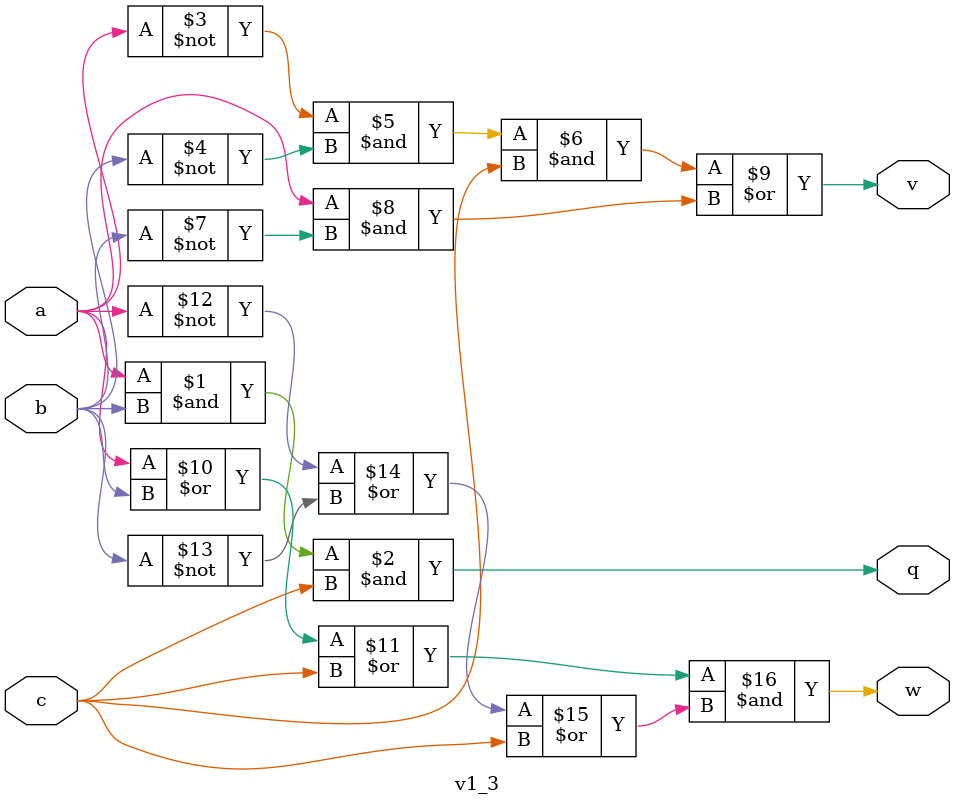
<source format=v>
module v1_3 (a,b,c,q,v,w);
input a, b,c;
output q,v,w;
assign q = a & b & c;
assign v = ~a & ~b &c | a & ~b;
assign w = (a|b|c) & (~a|~b|c);
endmodule
</source>
